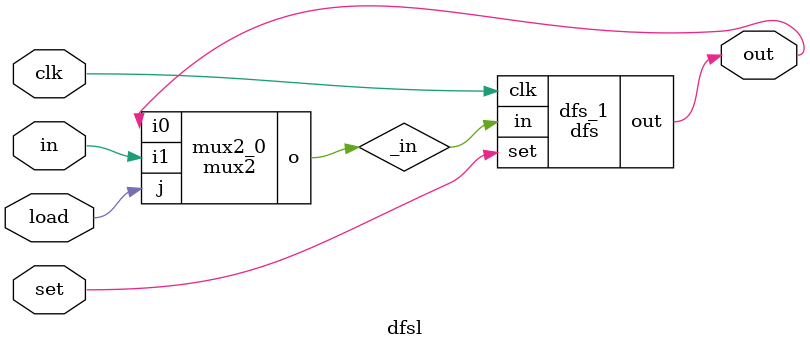
<source format=v>
module invert (input wire i, output wire o);
   assign o = !i;
endmodule

module and2 (input wire i0, i1, output wire o);
  assign o = i0 & i1;
endmodule

module or2 (input wire i0, i1, output wire o);
  assign o = i0 | i1;
endmodule

module xor2 (input wire i0, i1, output wire o);
  assign o = i0 ^ i1;
endmodule

module nand2 (input wire i0, i1, output wire o);
   wire t;
   and2 and2_0 (i0, i1, t);
   invert invert_0 (t, o);
endmodule

module nor2 (input wire i0, i1, output wire o);
   wire t;
   or2 or2_0 (i0, i1, t);
   invert invert_0 (t, o);
endmodule

module xnor2 (input wire i0, i1, output wire o);
   wire t;
   xor2 xor2_0 (i0, i1, t);
   invert invert_0 (t, o);
endmodule

module and3 (input wire i0, i1, i2, output wire o);
   wire t;
   and2 and2_0 (i0, i1, t);
   and2 and2_1 (i2, t, o);
endmodule

module or3 (input wire i0, i1, i2, output wire o);
   wire t;
   or2 or2_0 (i0, i1, t);
   or2 or2_1 (i2, t, o);
endmodule

module nor3 (input wire i0, i1, i2, output wire o);
   wire t;
   or2 or2_0 (i0, i1, t);
   nor2 nor2_0 (i2, t, o);
endmodule

module nand3 (input wire i0, i1, i2, output wire o);
   wire t;
   and2 and2_0 (i0, i1, t);
   nand2 nand2_1 (i2, t, o);
endmodule

module xor3 (input wire i0, i1, i2, output wire o);
   wire t;
   xor2 xor2_0 (i0, i1, t);
   xor2 xor2_1 (i2, t, o);
endmodule

module xnor3 (input wire i0, i1, i2, output wire o);
   wire t;
   xor2 xor2_0 (i0, i1, t);
   xnor2 xnor2_0 (i2, t, o);
endmodule

module mux2 (input wire i0, i1, j, output wire o);
  assign o = (j==0)?i0:i1;
endmodule

module mux4 (input wire [0:3] i, input wire j1, j0, output wire o);
  wire  t0, t1;
  mux2 mux2_0 (i[0], i[1], j1, t0);
  mux2 mux2_1 (i[2], i[3], j1, t1);
  mux2 mux2_2 (t0, t1, j0, o);
endmodule

module mux8 (input wire [0:7] i, input wire j2, j1, j0, output wire o);
  wire  t0, t1;
  mux4 mux4_0 (i[0:3], j2, j1, t0);
  mux4 mux4_1 (i[4:7], j2, j1, t1);
  mux2 mux2_0 (t0, t1, j0, o);
endmodule

module demux2 (input wire i, j, output wire o0, o1);
  assign o0 = (j==0)?i:1'b0;
  assign o1 = (j==1)?i:1'b0;
endmodule

module demux4 (input wire i, j1, j0, output wire [0:3] o);
  wire  t0, t1;
  demux2 demux2_0 (i, j1, t0, t1);
  demux2 demux2_1 (t0, j0, o[0], o[1]);
  demux2 demux2_2 (t1, j0, o[2], o[3]);
endmodule

module demux8 (input wire i, j2, j1, j0, output wire [0:7] o);
  wire  t0, t1;
  demux2 demux2_0 (i, j2, t0, t1);
  demux4 demux4_0 (t0, j1, j0, o[0:3]);
  demux4 demux4_1 (t1, j1, j0, o[4:7]);
endmodule

module df (input wire clk, in, output wire out);
  reg df_out;
  always@(posedge clk) df_out <= in;
  assign out = df_out;
endmodule

module dfr (input wire clk, reset, in, output wire out);
  wire reset_, df_in;
  invert invert_0 (reset, reset_);
  and2 and2_0 (in, reset_, df_in);
  df df_0 (clk, df_in, out);
endmodule

module dfrl (input wire clk, reset, load, in, output wire out);
  wire _in;
  mux2 mux2_0(out, in, load, _in);
  dfr dfr_1(clk, reset, _in, out);
endmodule

module dfs (input wire clk, set, in, output wire out);
  wire dfr_in,dfr_out;
  invert invert_0(in, dfr_in);
  invert invert_1(dfr_out, out);
  dfr dfr_2(clk, set, dfr_in, dfr_out);
endmodule

module dfsl (input wire clk, set, load, in, output wire out);
  wire _in;
  mux2 mux2_0(out, in, load, _in);
  dfs dfs_1(clk, set, _in, out);
endmodule

</source>
